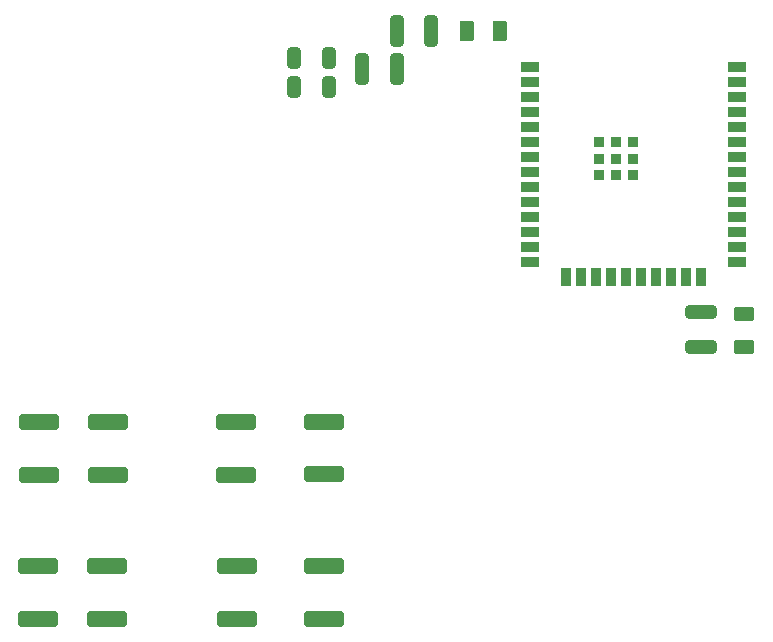
<source format=gbr>
%TF.GenerationSoftware,KiCad,Pcbnew,7.0.7*%
%TF.CreationDate,2023-11-07T23:05:13-03:00*%
%TF.ProjectId,robot seg,726f626f-7420-4736-9567-2e6b69636164,rev?*%
%TF.SameCoordinates,Original*%
%TF.FileFunction,Paste,Top*%
%TF.FilePolarity,Positive*%
%FSLAX46Y46*%
G04 Gerber Fmt 4.6, Leading zero omitted, Abs format (unit mm)*
G04 Created by KiCad (PCBNEW 7.0.7) date 2023-11-07 23:05:13*
%MOMM*%
%LPD*%
G01*
G04 APERTURE LIST*
G04 Aperture macros list*
%AMRoundRect*
0 Rectangle with rounded corners*
0 $1 Rounding radius*
0 $2 $3 $4 $5 $6 $7 $8 $9 X,Y pos of 4 corners*
0 Add a 4 corners polygon primitive as box body*
4,1,4,$2,$3,$4,$5,$6,$7,$8,$9,$2,$3,0*
0 Add four circle primitives for the rounded corners*
1,1,$1+$1,$2,$3*
1,1,$1+$1,$4,$5*
1,1,$1+$1,$6,$7*
1,1,$1+$1,$8,$9*
0 Add four rect primitives between the rounded corners*
20,1,$1+$1,$2,$3,$4,$5,0*
20,1,$1+$1,$4,$5,$6,$7,0*
20,1,$1+$1,$6,$7,$8,$9,0*
20,1,$1+$1,$8,$9,$2,$3,0*%
G04 Aperture macros list end*
%ADD10RoundRect,0.250000X-0.625000X0.375000X-0.625000X-0.375000X0.625000X-0.375000X0.625000X0.375000X0*%
%ADD11RoundRect,0.250000X1.450000X-0.400000X1.450000X0.400000X-1.450000X0.400000X-1.450000X-0.400000X0*%
%ADD12RoundRect,0.250000X-0.312500X-1.075000X0.312500X-1.075000X0.312500X1.075000X-0.312500X1.075000X0*%
%ADD13RoundRect,0.250000X0.375000X0.625000X-0.375000X0.625000X-0.375000X-0.625000X0.375000X-0.625000X0*%
%ADD14RoundRect,0.250000X-0.325000X-0.650000X0.325000X-0.650000X0.325000X0.650000X-0.325000X0.650000X0*%
%ADD15R,1.500000X0.900000*%
%ADD16R,0.900000X1.500000*%
%ADD17R,0.900000X0.900000*%
%ADD18RoundRect,0.250000X-1.075000X0.312500X-1.075000X-0.312500X1.075000X-0.312500X1.075000X0.312500X0*%
G04 APERTURE END LIST*
D10*
%TO.C,D1*%
X173456600Y-88973200D03*
X173456600Y-91773200D03*
%TD*%
D11*
%TO.C,D9*%
X119532400Y-102641400D03*
X119532400Y-98191400D03*
%TD*%
D12*
%TO.C,R5*%
X144028700Y-65024000D03*
X146953700Y-65024000D03*
%TD*%
D13*
%TO.C,D10*%
X152758600Y-65024000D03*
X149958600Y-65024000D03*
%TD*%
D14*
%TO.C,C6*%
X135353000Y-69773800D03*
X138303000Y-69773800D03*
%TD*%
D15*
%TO.C,U1*%
X155332400Y-68127400D03*
X155332400Y-69397400D03*
X155332400Y-70667400D03*
X155332400Y-71937400D03*
X155332400Y-73207400D03*
X155332400Y-74477400D03*
X155332400Y-75747400D03*
X155332400Y-77017400D03*
X155332400Y-78287400D03*
X155332400Y-79557400D03*
X155332400Y-80827400D03*
X155332400Y-82097400D03*
X155332400Y-83367400D03*
X155332400Y-84637400D03*
D16*
X158367400Y-85887400D03*
X159637400Y-85887400D03*
X160907400Y-85887400D03*
X162177400Y-85887400D03*
X163447400Y-85887400D03*
X164717400Y-85887400D03*
X165987400Y-85887400D03*
X167257400Y-85887400D03*
X168527400Y-85887400D03*
X169797400Y-85887400D03*
D15*
X172832400Y-84637400D03*
X172832400Y-83367400D03*
X172832400Y-82097400D03*
X172832400Y-80827400D03*
X172832400Y-79557400D03*
X172832400Y-78287400D03*
X172832400Y-77017400D03*
X172832400Y-75747400D03*
X172832400Y-74477400D03*
X172832400Y-73207400D03*
X172832400Y-71937400D03*
X172832400Y-70667400D03*
X172832400Y-69397400D03*
X172832400Y-68127400D03*
D17*
X161182400Y-74447400D03*
X162582400Y-74447400D03*
X163982400Y-74447400D03*
X161182400Y-75847400D03*
X162582400Y-75847400D03*
X163982400Y-75847400D03*
X161182400Y-77247400D03*
X162582400Y-77247400D03*
X163982400Y-77247400D03*
%TD*%
D11*
%TO.C,D5*%
X130449400Y-102636400D03*
X130449400Y-98186400D03*
%TD*%
%TO.C,D8*%
X119527400Y-114833400D03*
X119527400Y-110383400D03*
%TD*%
D12*
%TO.C,R3*%
X141107700Y-68224400D03*
X144032700Y-68224400D03*
%TD*%
D11*
%TO.C,D7*%
X113690400Y-102641400D03*
X113690400Y-98191400D03*
%TD*%
%TO.C,D6*%
X113685400Y-114833400D03*
X113685400Y-110383400D03*
%TD*%
%TO.C,D3*%
X137820400Y-102575400D03*
X137820400Y-98125400D03*
%TD*%
%TO.C,D4*%
X130454400Y-114828400D03*
X130454400Y-110378400D03*
%TD*%
%TO.C,D2*%
X137820400Y-114828400D03*
X137820400Y-110378400D03*
%TD*%
D14*
%TO.C,C5*%
X135353000Y-67335400D03*
X138303000Y-67335400D03*
%TD*%
D18*
%TO.C,R4*%
X169799000Y-88849200D03*
X169799000Y-91774200D03*
%TD*%
M02*

</source>
